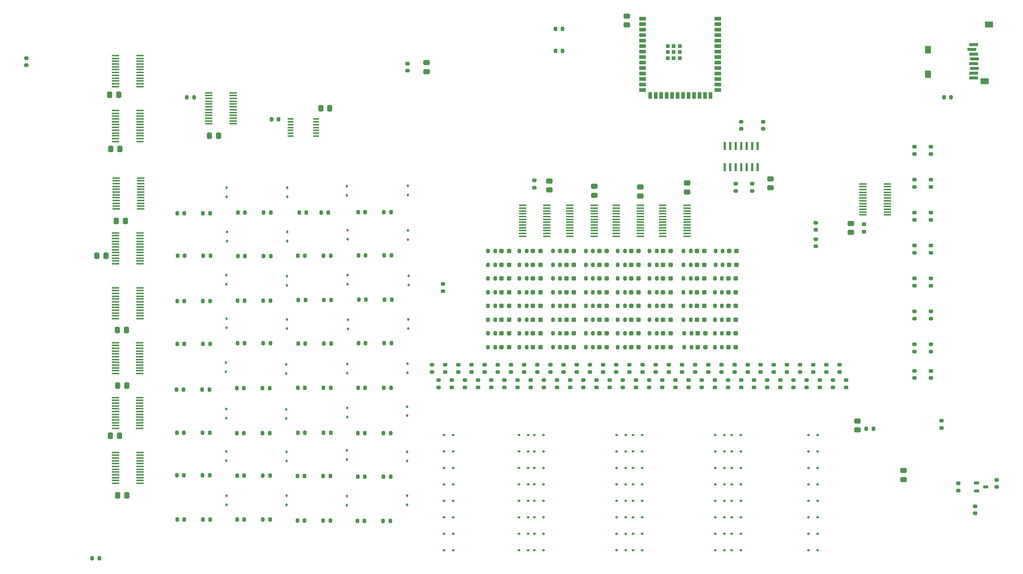
<source format=gbr>
%TF.GenerationSoftware,KiCad,Pcbnew,9.0.3*%
%TF.CreationDate,2025-09-20T15:07:24-06:00*%
%TF.ProjectId,Main Board,4d61696e-2042-46f6-9172-642e6b696361,rev?*%
%TF.SameCoordinates,Original*%
%TF.FileFunction,Paste,Top*%
%TF.FilePolarity,Positive*%
%FSLAX46Y46*%
G04 Gerber Fmt 4.6, Leading zero omitted, Abs format (unit mm)*
G04 Created by KiCad (PCBNEW 9.0.3) date 2025-09-20 15:07:24*
%MOMM*%
%LPD*%
G01*
G04 APERTURE LIST*
G04 Aperture macros list*
%AMRoundRect*
0 Rectangle with rounded corners*
0 $1 Rounding radius*
0 $2 $3 $4 $5 $6 $7 $8 $9 X,Y pos of 4 corners*
0 Add a 4 corners polygon primitive as box body*
4,1,4,$2,$3,$4,$5,$6,$7,$8,$9,$2,$3,0*
0 Add four circle primitives for the rounded corners*
1,1,$1+$1,$2,$3*
1,1,$1+$1,$4,$5*
1,1,$1+$1,$6,$7*
1,1,$1+$1,$8,$9*
0 Add four rect primitives between the rounded corners*
20,1,$1+$1,$2,$3,$4,$5,0*
20,1,$1+$1,$4,$5,$6,$7,0*
20,1,$1+$1,$6,$7,$8,$9,0*
20,1,$1+$1,$8,$9,$2,$3,0*%
G04 Aperture macros list end*
%ADD10RoundRect,0.200000X-0.200000X-0.275000X0.200000X-0.275000X0.200000X0.275000X-0.200000X0.275000X0*%
%ADD11RoundRect,0.237500X-0.300000X-0.237500X0.300000X-0.237500X0.300000X0.237500X-0.300000X0.237500X0*%
%ADD12RoundRect,0.112500X0.112500X-0.187500X0.112500X0.187500X-0.112500X0.187500X-0.112500X-0.187500X0*%
%ADD13RoundRect,0.112500X0.187500X0.112500X-0.187500X0.112500X-0.187500X-0.112500X0.187500X-0.112500X0*%
%ADD14RoundRect,0.200000X0.275000X-0.200000X0.275000X0.200000X-0.275000X0.200000X-0.275000X-0.200000X0*%
%ADD15RoundRect,0.200000X0.200000X0.275000X-0.200000X0.275000X-0.200000X-0.275000X0.200000X-0.275000X0*%
%ADD16RoundRect,0.200000X-0.275000X0.200000X-0.275000X-0.200000X0.275000X-0.200000X0.275000X0.200000X0*%
%ADD17RoundRect,0.250000X-0.475000X0.337500X-0.475000X-0.337500X0.475000X-0.337500X0.475000X0.337500X0*%
%ADD18R,1.676400X0.355600*%
%ADD19RoundRect,0.075000X-0.540000X-0.225000X0.540000X-0.225000X0.540000X0.225000X-0.540000X0.225000X0*%
%ADD20RoundRect,0.112500X-0.187500X-0.112500X0.187500X-0.112500X0.187500X0.112500X-0.187500X0.112500X0*%
%ADD21R,1.409700X0.355600*%
%ADD22RoundRect,0.250000X0.337500X0.475000X-0.337500X0.475000X-0.337500X-0.475000X0.337500X-0.475000X0*%
%ADD23RoundRect,0.250000X0.475000X-0.337500X0.475000X0.337500X-0.475000X0.337500X-0.475000X-0.337500X0*%
%ADD24R,0.558800X1.981200*%
%ADD25RoundRect,0.250000X-0.337500X-0.475000X0.337500X-0.475000X0.337500X0.475000X-0.337500X0.475000X0*%
%ADD26R,1.500000X0.900000*%
%ADD27R,0.900000X1.500000*%
%ADD28R,0.900000X0.900000*%
%ADD29R,2.000000X0.800000*%
%ADD30R,1.400000X1.800000*%
%ADD31R,1.900000X1.400000*%
G04 APERTURE END LIST*
D10*
%TO.C,R16*%
X109540000Y-88815000D03*
X111190000Y-88815000D03*
%TD*%
D11*
%TO.C,C34*%
X150712500Y-83820000D03*
X152437500Y-83820000D03*
%TD*%
%TO.C,C66*%
X180747500Y-90170000D03*
X182472500Y-90170000D03*
%TD*%
D10*
%TO.C,R74*%
X200280000Y-77470000D03*
X201930000Y-77470000D03*
%TD*%
D12*
%TO.C,D87*%
X86995000Y-136220000D03*
X86995000Y-134120000D03*
%TD*%
D10*
%TO.C,R34*%
X109475000Y-109135000D03*
X111125000Y-109135000D03*
%TD*%
%TO.C,R4*%
X123445000Y-68495000D03*
X125095000Y-68495000D03*
%TD*%
D13*
%TO.C,D53*%
X160435000Y-139065000D03*
X158335000Y-139065000D03*
%TD*%
D14*
%TO.C,R201*%
X165100000Y-105473000D03*
X165100000Y-103823000D03*
%TD*%
D13*
%TO.C,D37*%
X160435000Y-146685000D03*
X158335000Y-146685000D03*
%TD*%
D10*
%TO.C,R64*%
X81345000Y-109560000D03*
X82995000Y-109560000D03*
%TD*%
D14*
%TO.C,R160*%
X204978000Y-63549800D03*
X204978000Y-61899800D03*
%TD*%
D15*
%TO.C,R3*%
X105473000Y-68580000D03*
X103823000Y-68580000D03*
%TD*%
D12*
%TO.C,D89*%
X128810000Y-136210000D03*
X128810000Y-134110000D03*
%TD*%
%TO.C,D81*%
X86805000Y-105400000D03*
X86805000Y-103300000D03*
%TD*%
D11*
%TO.C,C19*%
X196177500Y-99695000D03*
X197902500Y-99695000D03*
%TD*%
D16*
%TO.C,R161*%
X211328000Y-47549800D03*
X211328000Y-49199800D03*
%TD*%
D17*
%TO.C,C83*%
X161747200Y-61294100D03*
X161747200Y-63369100D03*
%TD*%
D14*
%TO.C,R136*%
X234696000Y-72961000D03*
X234696000Y-71311000D03*
%TD*%
%TO.C,R171*%
X183388000Y-105473000D03*
X183388000Y-103823000D03*
%TD*%
D13*
%TO.C,D45*%
X160435000Y-142875000D03*
X158335000Y-142875000D03*
%TD*%
D15*
%TO.C,R35*%
X105155000Y-109135000D03*
X103505000Y-109135000D03*
%TD*%
D13*
%TO.C,D60*%
X183295000Y-131445000D03*
X181195000Y-131445000D03*
%TD*%
D10*
%TO.C,R69*%
X192850000Y-86995000D03*
X194500000Y-86995000D03*
%TD*%
D14*
%TO.C,R193*%
X163576000Y-109029000D03*
X163576000Y-107379000D03*
%TD*%
D17*
%TO.C,C85*%
X172161200Y-62487900D03*
X172161200Y-64562900D03*
%TD*%
D10*
%TO.C,R127*%
X154840000Y-96520000D03*
X156490000Y-96520000D03*
%TD*%
D11*
%TO.C,C78*%
X180747500Y-99695000D03*
X182472500Y-99695000D03*
%TD*%
D15*
%TO.C,R29*%
X91280000Y-78670000D03*
X89630000Y-78670000D03*
%TD*%
D11*
%TO.C,C50*%
X180747500Y-77470000D03*
X182472500Y-77470000D03*
%TD*%
D14*
%TO.C,R185*%
X162052000Y-105473000D03*
X162052000Y-103823000D03*
%TD*%
D10*
%TO.C,R66*%
X163195000Y-31115000D03*
X164845000Y-31115000D03*
%TD*%
D18*
%TO.C,U4*%
X66944400Y-52114999D03*
X66944400Y-51465000D03*
X66944400Y-50815002D03*
X66944400Y-50165001D03*
X66944400Y-49515002D03*
X66944400Y-48865001D03*
X66944400Y-48215002D03*
X66944400Y-47565001D03*
X66944400Y-46915002D03*
X66944400Y-46265001D03*
X66944400Y-45615002D03*
X66944400Y-44965001D03*
X61305600Y-44965001D03*
X61305600Y-45615000D03*
X61305600Y-46265001D03*
X61305600Y-46914999D03*
X61305600Y-47565001D03*
X61305600Y-48214999D03*
X61305600Y-48864998D03*
X61305600Y-49514999D03*
X61305600Y-50164998D03*
X61305600Y-50814999D03*
X61305600Y-51464998D03*
X61305600Y-52114999D03*
%TD*%
D14*
%TO.C,R82*%
X219837000Y-105473000D03*
X219837000Y-103823000D03*
%TD*%
D10*
%TO.C,R20*%
X81535000Y-98960000D03*
X83185000Y-98960000D03*
%TD*%
D11*
%TO.C,C45*%
X157977500Y-93345000D03*
X159702500Y-93345000D03*
%TD*%
D14*
%TO.C,R177*%
X160528000Y-109029000D03*
X160528000Y-107379000D03*
%TD*%
%TO.C,R81*%
X218313000Y-109029000D03*
X218313000Y-107379000D03*
%TD*%
%TO.C,R147*%
X250190000Y-100710000D03*
X250190000Y-99060000D03*
%TD*%
D10*
%TO.C,R48*%
X123255000Y-139955000D03*
X124905000Y-139955000D03*
%TD*%
%TO.C,R116*%
X154840000Y-80645000D03*
X156490000Y-80645000D03*
%TD*%
D11*
%TO.C,C48*%
X165735000Y-77470000D03*
X167460000Y-77470000D03*
%TD*%
D14*
%TO.C,R219*%
X192532000Y-105473000D03*
X192532000Y-103823000D03*
%TD*%
D10*
%TO.C,R112*%
X147575000Y-99695000D03*
X149225000Y-99695000D03*
%TD*%
D14*
%TO.C,R129*%
X155956000Y-105473000D03*
X155956000Y-103823000D03*
%TD*%
%TO.C,R178*%
X172720000Y-109029000D03*
X172720000Y-107379000D03*
%TD*%
D19*
%TO.C,Q1*%
X260770000Y-131130000D03*
X260770000Y-133030000D03*
X262890000Y-132080000D03*
%TD*%
D20*
%TO.C,D29*%
X154745000Y-135255000D03*
X156845000Y-135255000D03*
%TD*%
D12*
%TO.C,D88*%
X100870000Y-136220000D03*
X100870000Y-134120000D03*
%TD*%
D10*
%TO.C,R182*%
X170217500Y-83820000D03*
X171867500Y-83820000D03*
%TD*%
%TO.C,R89*%
X192850000Y-80645000D03*
X194500000Y-80645000D03*
%TD*%
D21*
%TO.C,U19*%
X101822250Y-46944999D03*
X101822250Y-47595000D03*
X101822250Y-48245001D03*
X101822250Y-48895000D03*
X101822250Y-49544999D03*
X101822250Y-50195000D03*
X101822250Y-50844999D03*
X107727750Y-50845001D03*
X107727750Y-50195000D03*
X107727750Y-49545001D03*
X107727750Y-48895000D03*
X107727750Y-48245001D03*
X107727750Y-47595000D03*
X107727750Y-46945001D03*
%TD*%
D10*
%TO.C,R68*%
X192850000Y-83820000D03*
X194500000Y-83820000D03*
%TD*%
D11*
%TO.C,C67*%
X188140000Y-90170000D03*
X189865000Y-90170000D03*
%TD*%
D14*
%TO.C,R114*%
X145288000Y-109029000D03*
X145288000Y-107379000D03*
%TD*%
D10*
%TO.C,R54*%
X95410000Y-129455000D03*
X97060000Y-129455000D03*
%TD*%
D15*
%TO.C,R133*%
X164845000Y-26035000D03*
X163195000Y-26035000D03*
%TD*%
D11*
%TO.C,C55*%
X188140000Y-80645000D03*
X189865000Y-80645000D03*
%TD*%
D15*
%TO.C,R41*%
X119030000Y-119620000D03*
X117380000Y-119620000D03*
%TD*%
D12*
%TO.C,D93*%
X128810000Y-115595000D03*
X128810000Y-113495000D03*
%TD*%
D14*
%TO.C,R113*%
X143764000Y-105473000D03*
X143764000Y-103823000D03*
%TD*%
D12*
%TO.C,D75*%
X100965000Y-85435000D03*
X100965000Y-83335000D03*
%TD*%
D11*
%TO.C,C56*%
X165735000Y-83820000D03*
X167460000Y-83820000D03*
%TD*%
D15*
%TO.C,R47*%
X105060000Y-139910000D03*
X103410000Y-139910000D03*
%TD*%
D11*
%TO.C,C70*%
X180747500Y-93345000D03*
X182472500Y-93345000D03*
%TD*%
%TO.C,C65*%
X173355000Y-90170000D03*
X175080000Y-90170000D03*
%TD*%
D15*
%TO.C,R37*%
X119125000Y-109135000D03*
X117475000Y-109135000D03*
%TD*%
D14*
%TO.C,R211*%
X191008000Y-109029000D03*
X191008000Y-107379000D03*
%TD*%
D20*
%TO.C,D24*%
X154745000Y-123825000D03*
X156845000Y-123825000D03*
%TD*%
D15*
%TO.C,R59*%
X90995000Y-119605000D03*
X89345000Y-119605000D03*
%TD*%
D11*
%TO.C,C79*%
X188140000Y-99695000D03*
X189865000Y-99695000D03*
%TD*%
%TO.C,C28*%
X203227500Y-90170000D03*
X204952500Y-90170000D03*
%TD*%
D14*
%TO.C,R94*%
X227457000Y-109029000D03*
X227457000Y-107379000D03*
%TD*%
%TO.C,R172*%
X195580000Y-105473000D03*
X195580000Y-103823000D03*
%TD*%
%TO.C,R217*%
X168148000Y-105473000D03*
X168148000Y-103823000D03*
%TD*%
%TO.C,R140*%
X246380000Y-62610000D03*
X246380000Y-60960000D03*
%TD*%
D18*
%TO.C,U3*%
X66953800Y-39414999D03*
X66953800Y-38765000D03*
X66953800Y-38115002D03*
X66953800Y-37465001D03*
X66953800Y-36815002D03*
X66953800Y-36165001D03*
X66953800Y-35515002D03*
X66953800Y-34865001D03*
X66953800Y-34215002D03*
X66953800Y-33565001D03*
X66953800Y-32915002D03*
X66953800Y-32265001D03*
X61315000Y-32265001D03*
X61315000Y-32915000D03*
X61315000Y-33565001D03*
X61315000Y-34214999D03*
X61315000Y-34865001D03*
X61315000Y-35514999D03*
X61315000Y-36164998D03*
X61315000Y-36814999D03*
X61315000Y-37464998D03*
X61315000Y-38114999D03*
X61315000Y-38764998D03*
X61315000Y-39414999D03*
%TD*%
D13*
%TO.C,D47*%
X183295000Y-142875000D03*
X181195000Y-142875000D03*
%TD*%
D15*
%TO.C,R39*%
X105155000Y-119535000D03*
X103505000Y-119535000D03*
%TD*%
D11*
%TO.C,C25*%
X203227500Y-83820000D03*
X204952500Y-83820000D03*
%TD*%
D12*
%TO.C,D92*%
X114840000Y-125735000D03*
X114840000Y-123635000D03*
%TD*%
%TO.C,D73*%
X100965000Y-95425000D03*
X100965000Y-93325000D03*
%TD*%
D14*
%TO.C,R188*%
X198628000Y-105473000D03*
X198628000Y-103823000D03*
%TD*%
%TO.C,R105*%
X137668000Y-105473000D03*
X137668000Y-103823000D03*
%TD*%
D20*
%TO.C,D56*%
X200245000Y-127635000D03*
X202345000Y-127635000D03*
%TD*%
D22*
%TO.C,C9*%
X63858900Y-108606450D03*
X61783900Y-108606450D03*
%TD*%
D12*
%TO.C,D70*%
X115095000Y-95510000D03*
X115095000Y-93410000D03*
%TD*%
D10*
%TO.C,R6*%
X109475000Y-78585000D03*
X111125000Y-78585000D03*
%TD*%
%TO.C,R128*%
X154840000Y-99695000D03*
X156490000Y-99695000D03*
%TD*%
D18*
%TO.C,U5*%
X67081400Y-67731449D03*
X67081400Y-67081450D03*
X67081400Y-66431452D03*
X67081400Y-65781451D03*
X67081400Y-65131452D03*
X67081400Y-64481451D03*
X67081400Y-63831452D03*
X67081400Y-63181451D03*
X67081400Y-62531452D03*
X67081400Y-61881451D03*
X67081400Y-61231452D03*
X67081400Y-60581451D03*
X61442600Y-60581451D03*
X61442600Y-61231450D03*
X61442600Y-61881451D03*
X61442600Y-62531449D03*
X61442600Y-63181451D03*
X61442600Y-63831449D03*
X61442600Y-64481448D03*
X61442600Y-65131449D03*
X61442600Y-65781448D03*
X61442600Y-66431449D03*
X61442600Y-67081448D03*
X61442600Y-67731449D03*
%TD*%
D15*
%TO.C,R25*%
X77215000Y-89040000D03*
X75565000Y-89040000D03*
%TD*%
D10*
%TO.C,R197*%
X162597500Y-90170000D03*
X164247500Y-90170000D03*
%TD*%
D14*
%TO.C,R226*%
X181864000Y-109029000D03*
X181864000Y-107379000D03*
%TD*%
%TO.C,R138*%
X246380000Y-54990000D03*
X246380000Y-53340000D03*
%TD*%
D12*
%TO.C,D86*%
X100870000Y-126060000D03*
X100870000Y-123960000D03*
%TD*%
%TO.C,D84*%
X100775000Y-116210000D03*
X100775000Y-114110000D03*
%TD*%
D13*
%TO.C,D31*%
X139480000Y-135255000D03*
X137380000Y-135255000D03*
%TD*%
D10*
%TO.C,R198*%
X170217500Y-90170000D03*
X171867500Y-90170000D03*
%TD*%
D13*
%TO.C,D6*%
X206155000Y-139065000D03*
X204055000Y-139065000D03*
%TD*%
D10*
%TO.C,R36*%
X123445000Y-109135000D03*
X125095000Y-109135000D03*
%TD*%
D11*
%TO.C,C24*%
X203417500Y-80645000D03*
X205142500Y-80645000D03*
%TD*%
D20*
%TO.C,D64*%
X200245000Y-131445000D03*
X202345000Y-131445000D03*
%TD*%
D12*
%TO.C,D83*%
X86900000Y-116125000D03*
X86900000Y-114025000D03*
%TD*%
D14*
%TO.C,R92*%
X225933000Y-105473000D03*
X225933000Y-103823000D03*
%TD*%
%TO.C,R148*%
X246380000Y-100710000D03*
X246380000Y-99060000D03*
%TD*%
D20*
%TO.C,D20*%
X154745000Y-120015000D03*
X156845000Y-120015000D03*
%TD*%
D11*
%TO.C,C13*%
X195987500Y-77470000D03*
X197712500Y-77470000D03*
%TD*%
D15*
%TO.C,R11*%
X119190000Y-98820000D03*
X117540000Y-98820000D03*
%TD*%
D10*
%TO.C,R165*%
X162597500Y-77470000D03*
X164247500Y-77470000D03*
%TD*%
D13*
%TO.C,D19*%
X139480000Y-146685000D03*
X137380000Y-146685000D03*
%TD*%
D20*
%TO.C,D62*%
X177385000Y-131445000D03*
X179485000Y-131445000D03*
%TD*%
D11*
%TO.C,C47*%
X157977500Y-99695000D03*
X159702500Y-99695000D03*
%TD*%
D12*
%TO.C,D67*%
X115000000Y-74780000D03*
X115000000Y-72680000D03*
%TD*%
D23*
%TO.C,C3*%
X179705000Y-25167500D03*
X179705000Y-23092500D03*
%TD*%
D11*
%TO.C,C26*%
X203227500Y-86995000D03*
X204952500Y-86995000D03*
%TD*%
D16*
%TO.C,R130*%
X223520000Y-70930000D03*
X223520000Y-72580000D03*
%TD*%
D12*
%TO.C,D76*%
X86900000Y-85140000D03*
X86900000Y-83040000D03*
%TD*%
D10*
%TO.C,R111*%
X147575000Y-96520000D03*
X149225000Y-96520000D03*
%TD*%
D13*
%TO.C,D8*%
X206155000Y-135255000D03*
X204055000Y-135255000D03*
%TD*%
D20*
%TO.C,D46*%
X177385000Y-123825000D03*
X179485000Y-123825000D03*
%TD*%
%TO.C,D5*%
X221835000Y-139065000D03*
X223935000Y-139065000D03*
%TD*%
D11*
%TO.C,C41*%
X157977500Y-80645000D03*
X159702500Y-80645000D03*
%TD*%
D14*
%TO.C,R155*%
X260451600Y-138188200D03*
X260451600Y-136538200D03*
%TD*%
D13*
%TO.C,D18*%
X139480000Y-120015000D03*
X137380000Y-120015000D03*
%TD*%
D11*
%TO.C,C73*%
X173355000Y-96520000D03*
X175080000Y-96520000D03*
%TD*%
D14*
%TO.C,R151*%
X250190000Y-106870000D03*
X250190000Y-105220000D03*
%TD*%
D12*
%TO.C,D66*%
X128970000Y-64480000D03*
X128970000Y-62380000D03*
%TD*%
D10*
%TO.C,R115*%
X154840000Y-77470000D03*
X156490000Y-77470000D03*
%TD*%
D20*
%TO.C,D40*%
X200245000Y-120015000D03*
X202345000Y-120015000D03*
%TD*%
D12*
%TO.C,D82*%
X100775000Y-105825000D03*
X100775000Y-103725000D03*
%TD*%
%TO.C,D72*%
X115000000Y-85180000D03*
X115000000Y-83080000D03*
%TD*%
D20*
%TO.C,D25*%
X154745000Y-139065000D03*
X156845000Y-139065000D03*
%TD*%
D13*
%TO.C,D30*%
X139480000Y-131445000D03*
X137380000Y-131445000D03*
%TD*%
D10*
%TO.C,R70*%
X192850000Y-90170000D03*
X194500000Y-90170000D03*
%TD*%
D13*
%TO.C,D36*%
X183295000Y-120015000D03*
X181195000Y-120015000D03*
%TD*%
D22*
%TO.C,C5*%
X62251500Y-53848000D03*
X60176500Y-53848000D03*
%TD*%
D14*
%TO.C,R86*%
X222885000Y-105473000D03*
X222885000Y-103823000D03*
%TD*%
D10*
%TO.C,R87*%
X200090000Y-86995000D03*
X201740000Y-86995000D03*
%TD*%
D15*
%TO.C,R23*%
X91185000Y-88955000D03*
X89535000Y-88955000D03*
%TD*%
D13*
%TO.C,D9*%
X206155000Y-120015000D03*
X204055000Y-120015000D03*
%TD*%
D11*
%TO.C,C35*%
X150712500Y-86995000D03*
X152437500Y-86995000D03*
%TD*%
D14*
%TO.C,R145*%
X250190000Y-77850000D03*
X250190000Y-76200000D03*
%TD*%
D11*
%TO.C,C14*%
X195987500Y-83820000D03*
X197712500Y-83820000D03*
%TD*%
D12*
%TO.C,D65*%
X114905000Y-64620000D03*
X114905000Y-62520000D03*
%TD*%
D14*
%TO.C,R146*%
X246380000Y-77850000D03*
X246380000Y-76200000D03*
%TD*%
D11*
%TO.C,C77*%
X173355000Y-99695000D03*
X175080000Y-99695000D03*
%TD*%
D14*
%TO.C,R110*%
X142240000Y-109029000D03*
X142240000Y-107379000D03*
%TD*%
D12*
%TO.C,D80*%
X86995000Y-64945000D03*
X86995000Y-62845000D03*
%TD*%
D17*
%TO.C,C22*%
X231648000Y-71098500D03*
X231648000Y-73173500D03*
%TD*%
D10*
%TO.C,R100*%
X147575000Y-80645000D03*
X149225000Y-80645000D03*
%TD*%
%TO.C,R50*%
X95410000Y-139615000D03*
X97060000Y-139615000D03*
%TD*%
D11*
%TO.C,C68*%
X165735000Y-93345000D03*
X167460000Y-93345000D03*
%TD*%
D14*
%TO.C,R187*%
X186436000Y-105473000D03*
X186436000Y-103823000D03*
%TD*%
D10*
%TO.C,R32*%
X81535000Y-68750000D03*
X83185000Y-68750000D03*
%TD*%
D22*
%TO.C,C4*%
X61997500Y-41275000D03*
X59922500Y-41275000D03*
%TD*%
D14*
%TO.C,R195*%
X187960000Y-109029000D03*
X187960000Y-107379000D03*
%TD*%
D12*
%TO.C,D90*%
X114840000Y-136305000D03*
X114840000Y-134205000D03*
%TD*%
D14*
%TO.C,R131*%
X223520000Y-76390000D03*
X223520000Y-74740000D03*
%TD*%
D17*
%TO.C,C84*%
X182880000Y-62691100D03*
X182880000Y-64766100D03*
%TD*%
D10*
%TO.C,R215*%
X177610000Y-96520000D03*
X179260000Y-96520000D03*
%TD*%
%TO.C,R176*%
X185002500Y-80645000D03*
X186652500Y-80645000D03*
%TD*%
D11*
%TO.C,C69*%
X173355000Y-93345000D03*
X175080000Y-93345000D03*
%TD*%
D13*
%TO.C,D55*%
X183295000Y-139065000D03*
X181195000Y-139065000D03*
%TD*%
%TO.C,D50*%
X160435000Y-127635000D03*
X158335000Y-127635000D03*
%TD*%
D10*
%TO.C,R44*%
X123350000Y-129680000D03*
X125000000Y-129680000D03*
%TD*%
D20*
%TO.C,D17*%
X154745000Y-146685000D03*
X156845000Y-146685000D03*
%TD*%
D13*
%TO.C,D26*%
X139480000Y-127635000D03*
X137380000Y-127635000D03*
%TD*%
D14*
%TO.C,R88*%
X224409000Y-109029000D03*
X224409000Y-107379000D03*
%TD*%
D20*
%TO.C,D57*%
X177385000Y-135255000D03*
X179485000Y-135255000D03*
%TD*%
D10*
%TO.C,R91*%
X200090000Y-90170000D03*
X201740000Y-90170000D03*
%TD*%
D20*
%TO.C,D38*%
X177385000Y-120015000D03*
X179485000Y-120015000D03*
%TD*%
D13*
%TO.C,D34*%
X160435000Y-120015000D03*
X158335000Y-120015000D03*
%TD*%
%TO.C,D15*%
X206155000Y-131445000D03*
X204055000Y-131445000D03*
%TD*%
D10*
%TO.C,R206*%
X170217500Y-93345000D03*
X171867500Y-93345000D03*
%TD*%
%TO.C,R99*%
X147575000Y-77470000D03*
X149225000Y-77470000D03*
%TD*%
D14*
%TO.C,R79*%
X215265000Y-109029000D03*
X215265000Y-107379000D03*
%TD*%
D15*
%TO.C,R57*%
X77120000Y-129370000D03*
X75470000Y-129370000D03*
%TD*%
D14*
%TO.C,R109*%
X140716000Y-105473000D03*
X140716000Y-103823000D03*
%TD*%
D10*
%TO.C,R207*%
X177610000Y-93345000D03*
X179260000Y-93345000D03*
%TD*%
D14*
%TO.C,R159*%
X208788000Y-63549800D03*
X208788000Y-61899800D03*
%TD*%
D15*
%TO.C,R53*%
X77215000Y-139615000D03*
X75565000Y-139615000D03*
%TD*%
D17*
%TO.C,C82*%
X193700400Y-61751300D03*
X193700400Y-63826300D03*
%TD*%
D10*
%TO.C,R214*%
X170217500Y-96520000D03*
X171867500Y-96520000D03*
%TD*%
D11*
%TO.C,C53*%
X173355000Y-80645000D03*
X175080000Y-80645000D03*
%TD*%
D10*
%TO.C,R12*%
X109540000Y-98890000D03*
X111190000Y-98890000D03*
%TD*%
D14*
%TO.C,R150*%
X246380000Y-93090000D03*
X246380000Y-91440000D03*
%TD*%
D11*
%TO.C,C60*%
X165735000Y-86995000D03*
X167460000Y-86995000D03*
%TD*%
D10*
%TO.C,R191*%
X177610000Y-86995000D03*
X179260000Y-86995000D03*
%TD*%
D14*
%TO.C,R180*%
X197104000Y-109029000D03*
X197104000Y-107379000D03*
%TD*%
D10*
%TO.C,R56*%
X81440000Y-129370000D03*
X83090000Y-129370000D03*
%TD*%
D11*
%TO.C,C51*%
X188140000Y-77470000D03*
X189865000Y-77470000D03*
%TD*%
D10*
%TO.C,R205*%
X162597500Y-93345000D03*
X164247500Y-93345000D03*
%TD*%
D14*
%TO.C,R84*%
X221361000Y-109029000D03*
X221361000Y-107379000D03*
%TD*%
D10*
%TO.C,R199*%
X177610000Y-90170000D03*
X179260000Y-90170000D03*
%TD*%
D20*
%TO.C,D14*%
X221835000Y-127635000D03*
X223935000Y-127635000D03*
%TD*%
D14*
%TO.C,R170*%
X171196000Y-105473000D03*
X171196000Y-103823000D03*
%TD*%
D10*
%TO.C,R120*%
X154840000Y-86995000D03*
X156490000Y-86995000D03*
%TD*%
D14*
%TO.C,R157*%
X137160000Y-86740000D03*
X137160000Y-85090000D03*
%TD*%
D15*
%TO.C,R63*%
X90995000Y-109220000D03*
X89345000Y-109220000D03*
%TD*%
D10*
%TO.C,R213*%
X162597500Y-96520000D03*
X164247500Y-96520000D03*
%TD*%
%TO.C,R93*%
X200090000Y-93345000D03*
X201740000Y-93345000D03*
%TD*%
D14*
%TO.C,R139*%
X250190000Y-62610000D03*
X250190000Y-60960000D03*
%TD*%
D16*
%TO.C,R158*%
X158267400Y-61151000D03*
X158267400Y-62801000D03*
%TD*%
D10*
%TO.C,R189*%
X162597500Y-86995000D03*
X164247500Y-86995000D03*
%TD*%
D15*
%TO.C,R51*%
X91090000Y-139615000D03*
X89440000Y-139615000D03*
%TD*%
D11*
%TO.C,C72*%
X165735000Y-96520000D03*
X167460000Y-96520000D03*
%TD*%
D14*
%TO.C,R142*%
X246380000Y-70230000D03*
X246380000Y-68580000D03*
%TD*%
D10*
%TO.C,R42*%
X109380000Y-129540000D03*
X111030000Y-129540000D03*
%TD*%
D14*
%TO.C,R220*%
X204724000Y-105473000D03*
X204724000Y-103823000D03*
%TD*%
D20*
%TO.C,D59*%
X200245000Y-135255000D03*
X202345000Y-135255000D03*
%TD*%
D10*
%TO.C,R30*%
X95600000Y-68580000D03*
X97250000Y-68580000D03*
%TD*%
%TO.C,R107*%
X147575000Y-90170000D03*
X149225000Y-90170000D03*
%TD*%
D11*
%TO.C,C63*%
X188140000Y-86995000D03*
X189865000Y-86995000D03*
%TD*%
D18*
%TO.C,U11*%
X155575000Y-66910001D03*
X155575000Y-67560000D03*
X155575000Y-68209998D03*
X155575000Y-68859999D03*
X155575000Y-69509998D03*
X155575000Y-70159999D03*
X155575000Y-70809998D03*
X155575000Y-71459999D03*
X155575000Y-72109998D03*
X155575000Y-72759999D03*
X155575000Y-73409998D03*
X155575000Y-74059999D03*
X161213800Y-74059999D03*
X161213800Y-73410000D03*
X161213800Y-72759999D03*
X161213800Y-72110001D03*
X161213800Y-71459999D03*
X161213800Y-70810001D03*
X161213800Y-70160002D03*
X161213800Y-69510001D03*
X161213800Y-68860002D03*
X161213800Y-68210001D03*
X161213800Y-67560002D03*
X161213800Y-66910001D03*
%TD*%
D20*
%TO.C,D21*%
X154745000Y-142875000D03*
X156845000Y-142875000D03*
%TD*%
%TO.C,D10*%
X221835000Y-120015000D03*
X223935000Y-120015000D03*
%TD*%
D14*
%TO.C,R121*%
X149860000Y-105473000D03*
X149860000Y-103823000D03*
%TD*%
D18*
%TO.C,U12*%
X166531800Y-66910001D03*
X166531800Y-67560000D03*
X166531800Y-68209998D03*
X166531800Y-68859999D03*
X166531800Y-69509998D03*
X166531800Y-70159999D03*
X166531800Y-70809998D03*
X166531800Y-71459999D03*
X166531800Y-72109998D03*
X166531800Y-72759999D03*
X166531800Y-73409998D03*
X166531800Y-74059999D03*
X172170600Y-74059999D03*
X172170600Y-73410000D03*
X172170600Y-72759999D03*
X172170600Y-72110001D03*
X172170600Y-71459999D03*
X172170600Y-70810001D03*
X172170600Y-70160002D03*
X172170600Y-69510001D03*
X172170600Y-68860002D03*
X172170600Y-68210001D03*
X172170600Y-67560002D03*
X172170600Y-66910001D03*
%TD*%
D23*
%TO.C,C2*%
X233172000Y-118893500D03*
X233172000Y-116818500D03*
%TD*%
D15*
%TO.C,R33*%
X77215000Y-68750000D03*
X75565000Y-68750000D03*
%TD*%
D13*
%TO.C,D39*%
X183295000Y-146685000D03*
X181195000Y-146685000D03*
%TD*%
%TO.C,D58*%
X160435000Y-131445000D03*
X158335000Y-131445000D03*
%TD*%
D10*
%TO.C,R38*%
X109475000Y-119535000D03*
X111125000Y-119535000D03*
%TD*%
%TO.C,R119*%
X154840000Y-83820000D03*
X156490000Y-83820000D03*
%TD*%
D12*
%TO.C,D85*%
X86900000Y-125975000D03*
X86900000Y-123875000D03*
%TD*%
D10*
%TO.C,R95*%
X200090000Y-96520000D03*
X201740000Y-96520000D03*
%TD*%
D18*
%TO.C,U2*%
X88544400Y-48024999D03*
X88544400Y-47375000D03*
X88544400Y-46725002D03*
X88544400Y-46075001D03*
X88544400Y-45425002D03*
X88544400Y-44775001D03*
X88544400Y-44125002D03*
X88544400Y-43475001D03*
X88544400Y-42825002D03*
X88544400Y-42175001D03*
X88544400Y-41525002D03*
X88544400Y-40875001D03*
X82905600Y-40875001D03*
X82905600Y-41525000D03*
X82905600Y-42175001D03*
X82905600Y-42824999D03*
X82905600Y-43475001D03*
X82905600Y-44124999D03*
X82905600Y-44774998D03*
X82905600Y-45424999D03*
X82905600Y-46074998D03*
X82905600Y-46724999D03*
X82905600Y-47374998D03*
X82905600Y-48024999D03*
%TD*%
D13*
%TO.C,D13*%
X206155000Y-127635000D03*
X204055000Y-127635000D03*
%TD*%
D10*
%TO.C,R83*%
X200280000Y-80645000D03*
X201930000Y-80645000D03*
%TD*%
D14*
%TO.C,R98*%
X230505000Y-109029000D03*
X230505000Y-107379000D03*
%TD*%
D15*
%TO.C,R132*%
X99060000Y-46990000D03*
X97410000Y-46990000D03*
%TD*%
D24*
%TO.C,U30*%
X210058000Y-53162200D03*
X208788000Y-53162200D03*
X207518000Y-53162200D03*
X206248000Y-53162200D03*
X204978000Y-53162200D03*
X203708000Y-53162200D03*
X202438000Y-53162200D03*
X202438000Y-58089800D03*
X203708000Y-58089800D03*
X204978000Y-58089800D03*
X206248000Y-58089800D03*
X207518000Y-58089800D03*
X208788000Y-58089800D03*
X210058000Y-58089800D03*
%TD*%
D14*
%TO.C,R186*%
X174244000Y-105473000D03*
X174244000Y-103823000D03*
%TD*%
D13*
%TO.C,D63*%
X183295000Y-135255000D03*
X181195000Y-135255000D03*
%TD*%
D18*
%TO.C,U10*%
X66910800Y-131231449D03*
X66910800Y-130581450D03*
X66910800Y-129931452D03*
X66910800Y-129281451D03*
X66910800Y-128631452D03*
X66910800Y-127981451D03*
X66910800Y-127331452D03*
X66910800Y-126681451D03*
X66910800Y-126031452D03*
X66910800Y-125381451D03*
X66910800Y-124731452D03*
X66910800Y-124081451D03*
X61272000Y-124081451D03*
X61272000Y-124731450D03*
X61272000Y-125381451D03*
X61272000Y-126031449D03*
X61272000Y-126681451D03*
X61272000Y-127331449D03*
X61272000Y-127981448D03*
X61272000Y-128631449D03*
X61272000Y-129281448D03*
X61272000Y-129931449D03*
X61272000Y-130581448D03*
X61272000Y-131231449D03*
%TD*%
D10*
%TO.C,R224*%
X185002500Y-99695000D03*
X186652500Y-99695000D03*
%TD*%
%TO.C,R2*%
X108905000Y-68580000D03*
X110555000Y-68580000D03*
%TD*%
D18*
%TO.C,U6*%
X66910800Y-80431449D03*
X66910800Y-79781450D03*
X66910800Y-79131452D03*
X66910800Y-78481451D03*
X66910800Y-77831452D03*
X66910800Y-77181451D03*
X66910800Y-76531452D03*
X66910800Y-75881451D03*
X66910800Y-75231452D03*
X66910800Y-74581451D03*
X66910800Y-73931452D03*
X66910800Y-73281451D03*
X61272000Y-73281451D03*
X61272000Y-73931450D03*
X61272000Y-74581451D03*
X61272000Y-75231449D03*
X61272000Y-75881451D03*
X61272000Y-76531449D03*
X61272000Y-77181448D03*
X61272000Y-77831449D03*
X61272000Y-78481448D03*
X61272000Y-79131449D03*
X61272000Y-79781448D03*
X61272000Y-80431449D03*
%TD*%
D10*
%TO.C,R184*%
X185002500Y-83820000D03*
X186652500Y-83820000D03*
%TD*%
D11*
%TO.C,C33*%
X150712500Y-80645000D03*
X152437500Y-80645000D03*
%TD*%
D15*
%TO.C,R7*%
X105155000Y-78585000D03*
X103505000Y-78585000D03*
%TD*%
D11*
%TO.C,C16*%
X195987500Y-90170000D03*
X197712500Y-90170000D03*
%TD*%
D10*
%TO.C,R103*%
X147575000Y-83820000D03*
X149225000Y-83820000D03*
%TD*%
D14*
%TO.C,R164*%
X252628400Y-118427000D03*
X252628400Y-116777000D03*
%TD*%
D10*
%TO.C,R62*%
X95315000Y-109220000D03*
X96965000Y-109220000D03*
%TD*%
%TO.C,R24*%
X81535000Y-89040000D03*
X83185000Y-89040000D03*
%TD*%
%TO.C,R52*%
X81535000Y-139615000D03*
X83185000Y-139615000D03*
%TD*%
D14*
%TO.C,R194*%
X175768000Y-109029000D03*
X175768000Y-107379000D03*
%TD*%
%TO.C,R126*%
X154432000Y-109029000D03*
X154432000Y-107379000D03*
%TD*%
D10*
%TO.C,R108*%
X147575000Y-93345000D03*
X149225000Y-93345000D03*
%TD*%
%TO.C,R223*%
X177610000Y-99695000D03*
X179260000Y-99695000D03*
%TD*%
D20*
%TO.C,D35*%
X200245000Y-146685000D03*
X202345000Y-146685000D03*
%TD*%
D10*
%TO.C,R173*%
X162597500Y-80645000D03*
X164247500Y-80645000D03*
%TD*%
D14*
%TO.C,R101*%
X134620000Y-105473000D03*
X134620000Y-103823000D03*
%TD*%
D10*
%TO.C,R8*%
X123510000Y-78515000D03*
X125160000Y-78515000D03*
%TD*%
D11*
%TO.C,C17*%
X195987500Y-93345000D03*
X197712500Y-93345000D03*
%TD*%
D14*
%TO.C,R227*%
X194056000Y-109029000D03*
X194056000Y-107379000D03*
%TD*%
D11*
%TO.C,C40*%
X157977500Y-77470000D03*
X159702500Y-77470000D03*
%TD*%
%TO.C,C27*%
X195987500Y-80645000D03*
X197712500Y-80645000D03*
%TD*%
%TO.C,C39*%
X150712500Y-99695000D03*
X152437500Y-99695000D03*
%TD*%
D15*
%TO.C,R49*%
X118935000Y-139955000D03*
X117285000Y-139955000D03*
%TD*%
D14*
%TO.C,R143*%
X250190000Y-85470000D03*
X250190000Y-83820000D03*
%TD*%
D17*
%TO.C,C12*%
X243840000Y-128275000D03*
X243840000Y-130350000D03*
%TD*%
D10*
%TO.C,R22*%
X95505000Y-88955000D03*
X97155000Y-88955000D03*
%TD*%
%TO.C,R166*%
X170217500Y-77470000D03*
X171867500Y-77470000D03*
%TD*%
%TO.C,R230*%
X235204000Y-118618000D03*
X236854000Y-118618000D03*
%TD*%
D12*
%TO.C,D68*%
X128970000Y-74865000D03*
X128970000Y-72765000D03*
%TD*%
D14*
%TO.C,R149*%
X250190000Y-93090000D03*
X250190000Y-91440000D03*
%TD*%
D20*
%TO.C,D16*%
X221835000Y-131445000D03*
X223935000Y-131445000D03*
%TD*%
D14*
%TO.C,R196*%
X200152000Y-109029000D03*
X200152000Y-107379000D03*
%TD*%
D11*
%TO.C,C75*%
X188140000Y-96520000D03*
X189865000Y-96520000D03*
%TD*%
D14*
%TO.C,R117*%
X146812000Y-105473000D03*
X146812000Y-103823000D03*
%TD*%
D15*
%TO.C,R17*%
X105275000Y-88815000D03*
X103625000Y-88815000D03*
%TD*%
D10*
%TO.C,R181*%
X162597500Y-83820000D03*
X164247500Y-83820000D03*
%TD*%
D11*
%TO.C,C76*%
X165735000Y-99695000D03*
X167460000Y-99695000D03*
%TD*%
D22*
%TO.C,C10*%
X62200700Y-120243600D03*
X60125700Y-120243600D03*
%TD*%
D10*
%TO.C,R168*%
X185002500Y-77470000D03*
X186652500Y-77470000D03*
%TD*%
%TO.C,R85*%
X200090000Y-83820000D03*
X201740000Y-83820000D03*
%TD*%
%TO.C,R221*%
X162597500Y-99695000D03*
X164247500Y-99695000D03*
%TD*%
D11*
%TO.C,C58*%
X180747500Y-83820000D03*
X182472500Y-83820000D03*
%TD*%
D20*
%TO.C,D51*%
X200245000Y-139065000D03*
X202345000Y-139065000D03*
%TD*%
D13*
%TO.C,D61*%
X160435000Y-135255000D03*
X158335000Y-135255000D03*
%TD*%
D18*
%TO.C,U21*%
X240055400Y-69106999D03*
X240055400Y-68457000D03*
X240055400Y-67807002D03*
X240055400Y-67157001D03*
X240055400Y-66507002D03*
X240055400Y-65857001D03*
X240055400Y-65207002D03*
X240055400Y-64557001D03*
X240055400Y-63907002D03*
X240055400Y-63257001D03*
X240055400Y-62607002D03*
X240055400Y-61957001D03*
X234416600Y-61957001D03*
X234416600Y-62607000D03*
X234416600Y-63257001D03*
X234416600Y-63906999D03*
X234416600Y-64557001D03*
X234416600Y-65206999D03*
X234416600Y-65856998D03*
X234416600Y-66506999D03*
X234416600Y-67156998D03*
X234416600Y-67806999D03*
X234416600Y-68456998D03*
X234416600Y-69106999D03*
%TD*%
%TO.C,U23*%
X188036200Y-66910001D03*
X188036200Y-67560000D03*
X188036200Y-68209998D03*
X188036200Y-68859999D03*
X188036200Y-69509998D03*
X188036200Y-70159999D03*
X188036200Y-70809998D03*
X188036200Y-71459999D03*
X188036200Y-72109998D03*
X188036200Y-72759999D03*
X188036200Y-73409998D03*
X188036200Y-74059999D03*
X193675000Y-74059999D03*
X193675000Y-73410000D03*
X193675000Y-72759999D03*
X193675000Y-72110001D03*
X193675000Y-71459999D03*
X193675000Y-70810001D03*
X193675000Y-70160002D03*
X193675000Y-69510001D03*
X193675000Y-68860002D03*
X193675000Y-68210001D03*
X193675000Y-67560002D03*
X193675000Y-66910001D03*
%TD*%
D11*
%TO.C,C59*%
X188140000Y-83820000D03*
X189865000Y-83820000D03*
%TD*%
D10*
%TO.C,R58*%
X95315000Y-119605000D03*
X96965000Y-119605000D03*
%TD*%
D23*
%TO.C,C1*%
X133350000Y-35962500D03*
X133350000Y-33887500D03*
%TD*%
D20*
%TO.C,D41*%
X177385000Y-142875000D03*
X179485000Y-142875000D03*
%TD*%
D11*
%TO.C,C18*%
X196177500Y-96520000D03*
X197902500Y-96520000D03*
%TD*%
D10*
%TO.C,R156*%
X253175000Y-41910000D03*
X254825000Y-41910000D03*
%TD*%
D11*
%TO.C,C57*%
X173355000Y-83820000D03*
X175080000Y-83820000D03*
%TD*%
D22*
%TO.C,C11*%
X63858900Y-134006450D03*
X61783900Y-134006450D03*
%TD*%
D14*
%TO.C,R76*%
X210693000Y-105473000D03*
X210693000Y-103823000D03*
%TD*%
D15*
%TO.C,R19*%
X91185000Y-98820000D03*
X89535000Y-98820000D03*
%TD*%
D13*
%TO.C,D42*%
X160435000Y-123825000D03*
X158335000Y-123825000D03*
%TD*%
D15*
%TO.C,R55*%
X91090000Y-129455000D03*
X89440000Y-129455000D03*
%TD*%
D10*
%TO.C,R60*%
X81440000Y-119520000D03*
X83090000Y-119520000D03*
%TD*%
D15*
%TO.C,R9*%
X119190000Y-78515000D03*
X117540000Y-78515000D03*
%TD*%
D10*
%TO.C,R46*%
X109380000Y-139910000D03*
X111030000Y-139910000D03*
%TD*%
D20*
%TO.C,D49*%
X177385000Y-139065000D03*
X179485000Y-139065000D03*
%TD*%
D14*
%TO.C,R135*%
X256540000Y-132905000D03*
X256540000Y-131255000D03*
%TD*%
D11*
%TO.C,C32*%
X150712500Y-77470000D03*
X152437500Y-77470000D03*
%TD*%
D14*
%TO.C,R202*%
X177292000Y-105473000D03*
X177292000Y-103823000D03*
%TD*%
%TO.C,R218*%
X180340000Y-105473000D03*
X180340000Y-103823000D03*
%TD*%
D11*
%TO.C,C74*%
X180747500Y-96520000D03*
X182472500Y-96520000D03*
%TD*%
%TO.C,C49*%
X173355000Y-77470000D03*
X175080000Y-77470000D03*
%TD*%
D14*
%TO.C,R96*%
X228981000Y-105473000D03*
X228981000Y-103823000D03*
%TD*%
D10*
%TO.C,R175*%
X177610000Y-80645000D03*
X179260000Y-80645000D03*
%TD*%
D16*
%TO.C,R134*%
X265430000Y-130430000D03*
X265430000Y-132080000D03*
%TD*%
D14*
%TO.C,R106*%
X139192000Y-109029000D03*
X139192000Y-107379000D03*
%TD*%
D20*
%TO.C,D1*%
X221835000Y-146685000D03*
X223935000Y-146685000D03*
%TD*%
D10*
%TO.C,R190*%
X170217500Y-86995000D03*
X171867500Y-86995000D03*
%TD*%
D14*
%TO.C,R203*%
X189484000Y-105473000D03*
X189484000Y-103823000D03*
%TD*%
D15*
%TO.C,R27*%
X77310000Y-78585000D03*
X75660000Y-78585000D03*
%TD*%
D22*
%TO.C,C20*%
X85150600Y-50800000D03*
X83075600Y-50800000D03*
%TD*%
D14*
%TO.C,R141*%
X250190000Y-70230000D03*
X250190000Y-68580000D03*
%TD*%
D11*
%TO.C,C23*%
X203417500Y-77470000D03*
X205142500Y-77470000D03*
%TD*%
D14*
%TO.C,R90*%
X209169000Y-109029000D03*
X209169000Y-107379000D03*
%TD*%
%TO.C,R169*%
X159004000Y-105473000D03*
X159004000Y-103823000D03*
%TD*%
D12*
%TO.C,D91*%
X128810000Y-126065000D03*
X128810000Y-123965000D03*
%TD*%
D10*
%TO.C,R216*%
X185002500Y-96520000D03*
X186652500Y-96520000D03*
%TD*%
D12*
%TO.C,D69*%
X129065000Y-95425000D03*
X129065000Y-93325000D03*
%TD*%
D14*
%TO.C,R78*%
X213741000Y-105474000D03*
X213741000Y-103824000D03*
%TD*%
D11*
%TO.C,C36*%
X150712500Y-90170000D03*
X152437500Y-90170000D03*
%TD*%
%TO.C,C37*%
X150712500Y-93345000D03*
X152437500Y-93345000D03*
%TD*%
D15*
%TO.C,R13*%
X105220000Y-98890000D03*
X103570000Y-98890000D03*
%TD*%
D13*
%TO.C,D52*%
X183295000Y-127635000D03*
X181195000Y-127635000D03*
%TD*%
D14*
%TO.C,R102*%
X136144000Y-109029000D03*
X136144000Y-107379000D03*
%TD*%
D12*
%TO.C,D77*%
X87090000Y-75190000D03*
X87090000Y-73090000D03*
%TD*%
D10*
%TO.C,R72*%
X193040000Y-96520000D03*
X194690000Y-96520000D03*
%TD*%
D14*
%TO.C,R228*%
X206248000Y-109029000D03*
X206248000Y-107379000D03*
%TD*%
%TO.C,R122*%
X151384000Y-109029000D03*
X151384000Y-107379000D03*
%TD*%
D22*
%TO.C,C8*%
X63800900Y-95732600D03*
X61725900Y-95732600D03*
%TD*%
D13*
%TO.C,D27*%
X139480000Y-139065000D03*
X137380000Y-139065000D03*
%TD*%
D14*
%TO.C,R212*%
X203200000Y-109029000D03*
X203200000Y-107379000D03*
%TD*%
D16*
%TO.C,R162*%
X206248000Y-47549800D03*
X206248000Y-49199800D03*
%TD*%
D10*
%TO.C,R10*%
X123510000Y-98820000D03*
X125160000Y-98820000D03*
%TD*%
D12*
%TO.C,D78*%
X101060000Y-75190000D03*
X101060000Y-73090000D03*
%TD*%
D11*
%TO.C,C64*%
X165735000Y-90170000D03*
X167460000Y-90170000D03*
%TD*%
D14*
%TO.C,R179*%
X184912000Y-109029000D03*
X184912000Y-107379000D03*
%TD*%
D10*
%TO.C,R18*%
X95505000Y-98820000D03*
X97155000Y-98820000D03*
%TD*%
%TO.C,R40*%
X123350000Y-119620000D03*
X125000000Y-119620000D03*
%TD*%
D14*
%TO.C,R152*%
X246380000Y-106870000D03*
X246380000Y-105220000D03*
%TD*%
D16*
%TO.C,R229*%
X128905000Y-34100000D03*
X128905000Y-35750000D03*
%TD*%
D14*
%TO.C,R125*%
X152908000Y-105473000D03*
X152908000Y-103823000D03*
%TD*%
D11*
%TO.C,C31*%
X203227500Y-99695000D03*
X204952500Y-99695000D03*
%TD*%
D18*
%TO.C,U13*%
X177241200Y-66910001D03*
X177241200Y-67560000D03*
X177241200Y-68209998D03*
X177241200Y-68859999D03*
X177241200Y-69509998D03*
X177241200Y-70159999D03*
X177241200Y-70809998D03*
X177241200Y-71459999D03*
X177241200Y-72109998D03*
X177241200Y-72759999D03*
X177241200Y-73409998D03*
X177241200Y-74059999D03*
X182880000Y-74059999D03*
X182880000Y-73410000D03*
X182880000Y-72759999D03*
X182880000Y-72110001D03*
X182880000Y-71459999D03*
X182880000Y-70810001D03*
X182880000Y-70160002D03*
X182880000Y-69510001D03*
X182880000Y-68860002D03*
X182880000Y-68210001D03*
X182880000Y-67560002D03*
X182880000Y-66910001D03*
%TD*%
D11*
%TO.C,C38*%
X150712500Y-96520000D03*
X152437500Y-96520000D03*
%TD*%
D10*
%TO.C,R222*%
X170217500Y-99695000D03*
X171867500Y-99695000D03*
%TD*%
D14*
%TO.C,R163*%
X157480000Y-109029000D03*
X157480000Y-107379000D03*
%TD*%
D20*
%TO.C,D33*%
X177385000Y-146685000D03*
X179485000Y-146685000D03*
%TD*%
D14*
%TO.C,R209*%
X166624000Y-109029000D03*
X166624000Y-107379000D03*
%TD*%
D11*
%TO.C,C62*%
X180747500Y-86995000D03*
X182472500Y-86995000D03*
%TD*%
D15*
%TO.C,R43*%
X105060000Y-129540000D03*
X103410000Y-129540000D03*
%TD*%
D10*
%TO.C,R123*%
X154840000Y-90170000D03*
X156490000Y-90170000D03*
%TD*%
D12*
%TO.C,D74*%
X86995000Y-95235000D03*
X86995000Y-93135000D03*
%TD*%
D14*
%TO.C,R80*%
X216789000Y-105473000D03*
X216789000Y-103823000D03*
%TD*%
D15*
%TO.C,R21*%
X77215000Y-98960000D03*
X75565000Y-98960000D03*
%TD*%
D18*
%TO.C,U8*%
X66900800Y-105831449D03*
X66900800Y-105181450D03*
X66900800Y-104531452D03*
X66900800Y-103881451D03*
X66900800Y-103231452D03*
X66900800Y-102581451D03*
X66900800Y-101931452D03*
X66900800Y-101281451D03*
X66900800Y-100631452D03*
X66900800Y-99981451D03*
X66900800Y-99331452D03*
X66900800Y-98681451D03*
X61262000Y-98681451D03*
X61262000Y-99331450D03*
X61262000Y-99981451D03*
X61262000Y-100631449D03*
X61262000Y-101281451D03*
X61262000Y-101931449D03*
X61262000Y-102581448D03*
X61262000Y-103231449D03*
X61262000Y-103881448D03*
X61262000Y-104531449D03*
X61262000Y-105181448D03*
X61262000Y-105831449D03*
%TD*%
D10*
%TO.C,R167*%
X177610000Y-77470000D03*
X179260000Y-77470000D03*
%TD*%
D12*
%TO.C,D79*%
X101060000Y-64945000D03*
X101060000Y-62845000D03*
%TD*%
D10*
%TO.C,R200*%
X185002500Y-90170000D03*
X186652500Y-90170000D03*
%TD*%
D20*
%TO.C,D7*%
X221835000Y-135255000D03*
X223935000Y-135255000D03*
%TD*%
%TO.C,D54*%
X177385000Y-127635000D03*
X179485000Y-127635000D03*
%TD*%
D13*
%TO.C,D22*%
X139480000Y-123825000D03*
X137380000Y-123825000D03*
%TD*%
D10*
%TO.C,R26*%
X81630000Y-78585000D03*
X83280000Y-78585000D03*
%TD*%
D25*
%TO.C,C7*%
X56976100Y-78587600D03*
X59051100Y-78587600D03*
%TD*%
D13*
%TO.C,D44*%
X183295000Y-123825000D03*
X181195000Y-123825000D03*
%TD*%
D26*
%TO.C,U1*%
X183345000Y-23708400D03*
X183345000Y-24978400D03*
X183345000Y-26248400D03*
X183345000Y-27518400D03*
X183345000Y-28788400D03*
X183345000Y-30058400D03*
X183345000Y-31328400D03*
X183345000Y-32598400D03*
X183345000Y-33868400D03*
X183345000Y-35138400D03*
X183345000Y-36408400D03*
X183345000Y-37678400D03*
X183345000Y-38948400D03*
X183345000Y-40218400D03*
D27*
X185110000Y-41468400D03*
X186380000Y-41468400D03*
X187650000Y-41468400D03*
X188920000Y-41468400D03*
X190190000Y-41468400D03*
X191460000Y-41468400D03*
X192730000Y-41468400D03*
X194000000Y-41468400D03*
X195270000Y-41468400D03*
X196540000Y-41468400D03*
X197810000Y-41468400D03*
X199080000Y-41468400D03*
D26*
X200845000Y-40218400D03*
X200845000Y-38948400D03*
X200845000Y-37678400D03*
X200845000Y-36408400D03*
X200845000Y-35138400D03*
X200845000Y-33868400D03*
X200845000Y-32598400D03*
X200845000Y-31328400D03*
X200845000Y-30058400D03*
X200845000Y-28788400D03*
X200845000Y-27518400D03*
X200845000Y-26248400D03*
X200845000Y-24978400D03*
X200845000Y-23708400D03*
D28*
X190595000Y-31428400D03*
X190595000Y-30028400D03*
X189195000Y-30028400D03*
X189195000Y-31428400D03*
X189195000Y-32828400D03*
X190595000Y-32828400D03*
X191995000Y-32828400D03*
X191995000Y-31428400D03*
X191995000Y-30028400D03*
%TD*%
D12*
%TO.C,D94*%
X114935000Y-115900000D03*
X114935000Y-113800000D03*
%TD*%
D18*
%TO.C,U9*%
X66900800Y-118531449D03*
X66900800Y-117881450D03*
X66900800Y-117231452D03*
X66900800Y-116581451D03*
X66900800Y-115931452D03*
X66900800Y-115281451D03*
X66900800Y-114631452D03*
X66900800Y-113981451D03*
X66900800Y-113331452D03*
X66900800Y-112681451D03*
X66900800Y-112031452D03*
X66900800Y-111381451D03*
X61262000Y-111381451D03*
X61262000Y-112031450D03*
X61262000Y-112681451D03*
X61262000Y-113331449D03*
X61262000Y-113981451D03*
X61262000Y-114631449D03*
X61262000Y-115281448D03*
X61262000Y-115931449D03*
X61262000Y-116581448D03*
X61262000Y-117231449D03*
X61262000Y-117881448D03*
X61262000Y-118531449D03*
%TD*%
D11*
%TO.C,C52*%
X165735000Y-80645000D03*
X167460000Y-80645000D03*
%TD*%
D15*
%TO.C,R5*%
X119125000Y-68495000D03*
X117475000Y-68495000D03*
%TD*%
D20*
%TO.C,D43*%
X200245000Y-142875000D03*
X202345000Y-142875000D03*
%TD*%
D29*
%TO.C,J110*%
X260042400Y-29681000D03*
X259642400Y-30781000D03*
X260042400Y-31881000D03*
X260242400Y-32981000D03*
X260042400Y-34081000D03*
X260242400Y-35181000D03*
X260042400Y-36281000D03*
X260042400Y-37381000D03*
D30*
X249492400Y-36571000D03*
X249492400Y-30871000D03*
D31*
X262642400Y-38171000D03*
X263642400Y-25021000D03*
%TD*%
D15*
%TO.C,R61*%
X77120000Y-119520000D03*
X75470000Y-119520000D03*
%TD*%
D14*
%TO.C,R204*%
X201676000Y-105473000D03*
X201676000Y-103823000D03*
%TD*%
D12*
%TO.C,D96*%
X114935000Y-105740000D03*
X114935000Y-103640000D03*
%TD*%
D23*
%TO.C,C81*%
X213004400Y-62835700D03*
X213004400Y-60760700D03*
%TD*%
D10*
%TO.C,R192*%
X185002500Y-86995000D03*
X186652500Y-86995000D03*
%TD*%
D11*
%TO.C,C61*%
X173355000Y-86995000D03*
X175080000Y-86995000D03*
%TD*%
D10*
%TO.C,R124*%
X154840000Y-93345000D03*
X156490000Y-93345000D03*
%TD*%
D14*
%TO.C,R75*%
X207772000Y-105473000D03*
X207772000Y-103823000D03*
%TD*%
D16*
%TO.C,R153*%
X40640000Y-32830000D03*
X40640000Y-34480000D03*
%TD*%
D12*
%TO.C,D95*%
X128905000Y-105655000D03*
X128905000Y-103555000D03*
%TD*%
D11*
%TO.C,C29*%
X203227500Y-93345000D03*
X204952500Y-93345000D03*
%TD*%
D14*
%TO.C,R144*%
X246380000Y-85470000D03*
X246380000Y-83820000D03*
%TD*%
%TO.C,R118*%
X148336000Y-109029000D03*
X148336000Y-107379000D03*
%TD*%
D10*
%TO.C,R208*%
X185002500Y-93345000D03*
X186652500Y-93345000D03*
%TD*%
%TO.C,R174*%
X170217500Y-80645000D03*
X171867500Y-80645000D03*
%TD*%
D11*
%TO.C,C42*%
X157977500Y-83820000D03*
X159702500Y-83820000D03*
%TD*%
D20*
%TO.C,D28*%
X154745000Y-127635000D03*
X156845000Y-127635000D03*
%TD*%
D18*
%TO.C,U7*%
X66920200Y-93131449D03*
X66920200Y-92481450D03*
X66920200Y-91831452D03*
X66920200Y-91181451D03*
X66920200Y-90531452D03*
X66920200Y-89881451D03*
X66920200Y-89231452D03*
X66920200Y-88581451D03*
X66920200Y-87931452D03*
X66920200Y-87281451D03*
X66920200Y-86631452D03*
X66920200Y-85981451D03*
X61281400Y-85981451D03*
X61281400Y-86631450D03*
X61281400Y-87281451D03*
X61281400Y-87931449D03*
X61281400Y-88581451D03*
X61281400Y-89231449D03*
X61281400Y-89881448D03*
X61281400Y-90531449D03*
X61281400Y-91181448D03*
X61281400Y-91831449D03*
X61281400Y-92481448D03*
X61281400Y-93131449D03*
%TD*%
D20*
%TO.C,D48*%
X200245000Y-123825000D03*
X202345000Y-123825000D03*
%TD*%
D11*
%TO.C,C54*%
X180747500Y-80645000D03*
X182472500Y-80645000D03*
%TD*%
D10*
%TO.C,R154*%
X55880000Y-148590000D03*
X57530000Y-148590000D03*
%TD*%
D11*
%TO.C,C15*%
X195987500Y-86995000D03*
X197712500Y-86995000D03*
%TD*%
D10*
%TO.C,R97*%
X200090000Y-99695000D03*
X201740000Y-99695000D03*
%TD*%
%TO.C,R67*%
X192850000Y-77470000D03*
X194500000Y-77470000D03*
%TD*%
D20*
%TO.C,D12*%
X221835000Y-123825000D03*
X223935000Y-123825000D03*
%TD*%
D13*
%TO.C,D23*%
X139480000Y-142875000D03*
X137380000Y-142875000D03*
%TD*%
D15*
%TO.C,R65*%
X77025000Y-109560000D03*
X75375000Y-109560000D03*
%TD*%
D11*
%TO.C,C30*%
X203227500Y-96520000D03*
X204952500Y-96520000D03*
%TD*%
D10*
%TO.C,R104*%
X147575000Y-86995000D03*
X149225000Y-86995000D03*
%TD*%
D25*
%TO.C,C21*%
X108817500Y-44450000D03*
X110892500Y-44450000D03*
%TD*%
D20*
%TO.C,D32*%
X154745000Y-131445000D03*
X156845000Y-131445000D03*
%TD*%
D14*
%TO.C,R137*%
X250190000Y-54990000D03*
X250190000Y-53340000D03*
%TD*%
%TO.C,R210*%
X178816000Y-109029000D03*
X178816000Y-107379000D03*
%TD*%
D13*
%TO.C,D11*%
X206155000Y-123825000D03*
X204055000Y-123825000D03*
%TD*%
D11*
%TO.C,C71*%
X188140000Y-93345000D03*
X189865000Y-93345000D03*
%TD*%
D10*
%TO.C,R14*%
X123605000Y-88745000D03*
X125255000Y-88745000D03*
%TD*%
D11*
%TO.C,C43*%
X157977500Y-86995000D03*
X159702500Y-86995000D03*
%TD*%
D15*
%TO.C,R15*%
X119285000Y-88745000D03*
X117635000Y-88745000D03*
%TD*%
D14*
%TO.C,R225*%
X169672000Y-109029000D03*
X169672000Y-107379000D03*
%TD*%
%TO.C,R77*%
X212217000Y-109029000D03*
X212217000Y-107379000D03*
%TD*%
D13*
%TO.C,D2*%
X206155000Y-146685000D03*
X204055000Y-146685000D03*
%TD*%
D11*
%TO.C,C46*%
X157977500Y-96520000D03*
X159702500Y-96520000D03*
%TD*%
D15*
%TO.C,R45*%
X119030000Y-129680000D03*
X117380000Y-129680000D03*
%TD*%
%TO.C,R31*%
X91280000Y-68580000D03*
X89630000Y-68580000D03*
%TD*%
D13*
%TO.C,D4*%
X206155000Y-142875000D03*
X204055000Y-142875000D03*
%TD*%
D20*
%TO.C,D3*%
X221835000Y-142875000D03*
X223935000Y-142875000D03*
%TD*%
D22*
%TO.C,C6*%
X63521500Y-70485000D03*
X61446500Y-70485000D03*
%TD*%
D10*
%TO.C,R73*%
X193040000Y-99695000D03*
X194690000Y-99695000D03*
%TD*%
%TO.C,R71*%
X192850000Y-93345000D03*
X194500000Y-93345000D03*
%TD*%
%TO.C,R28*%
X95600000Y-78670000D03*
X97250000Y-78670000D03*
%TD*%
D12*
%TO.C,D71*%
X129160000Y-85350000D03*
X129160000Y-83250000D03*
%TD*%
D10*
%TO.C,R1*%
X77810600Y-41910000D03*
X79460600Y-41910000D03*
%TD*%
D11*
%TO.C,C44*%
X157977500Y-90170000D03*
X159702500Y-90170000D03*
%TD*%
D10*
%TO.C,R183*%
X177610000Y-83820000D03*
X179260000Y-83820000D03*
%TD*%
M02*

</source>
